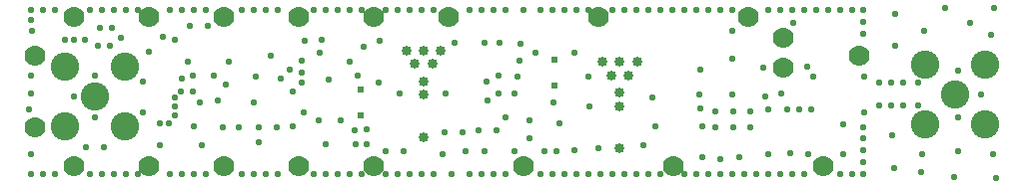
<source format=gbs>
G04 Layer_Color=16711935*
%FSLAX24Y24*%
%MOIN*%
G70*
G01*
G75*
%ADD56C,0.0950*%
%ADD57C,0.0237*%
%ADD58C,0.0230*%
%ADD59C,0.0700*%
%ADD60C,0.0332*%
D56*
X30300Y2050D02*
D03*
X32300D02*
D03*
Y4050D02*
D03*
X30300D02*
D03*
X31300Y3050D02*
D03*
X2600Y3000D02*
D03*
X1600Y4000D02*
D03*
X3600D02*
D03*
Y2000D02*
D03*
X1600D02*
D03*
D57*
X17910Y4235D02*
D03*
Y3365D02*
D03*
X11440Y3235D02*
D03*
Y2365D02*
D03*
D58*
X30250Y5200D02*
D03*
X29300Y4700D02*
D03*
Y5750D02*
D03*
X30200Y1050D02*
D03*
X30150Y450D02*
D03*
X31400Y1150D02*
D03*
X30050Y3450D02*
D03*
X29550D02*
D03*
X29150D02*
D03*
X28750D02*
D03*
X30050Y2700D02*
D03*
X29550D02*
D03*
X29150D02*
D03*
X28750D02*
D03*
X26400Y1050D02*
D03*
X27550D02*
D03*
Y2050D02*
D03*
X25050Y1050D02*
D03*
X24100Y950D02*
D03*
X22850D02*
D03*
X23450Y900D02*
D03*
X23300Y2500D02*
D03*
X24950Y3000D02*
D03*
X26100Y2550D02*
D03*
X25700D02*
D03*
X26500D02*
D03*
X22800Y2600D02*
D03*
X11650Y1900D02*
D03*
X11250Y1850D02*
D03*
X11650Y1400D02*
D03*
X14500Y400D02*
D03*
X5700Y4150D02*
D03*
X3450Y4950D02*
D03*
X9200Y3150D02*
D03*
X10050Y2200D02*
D03*
X11550Y4650D02*
D03*
X26550Y3650D02*
D03*
X24900Y3950D02*
D03*
X22800Y3900D02*
D03*
X32600Y5950D02*
D03*
X32650Y250D02*
D03*
X31250Y300D02*
D03*
X32500Y5050D02*
D03*
X31800Y5450D02*
D03*
X30950Y5950D02*
D03*
X29200Y1700D02*
D03*
X29250Y600D02*
D03*
X32550Y1050D02*
D03*
X31400Y3850D02*
D03*
X32150Y3050D02*
D03*
X31400Y2300D02*
D03*
X400Y2550D02*
D03*
X450Y3700D02*
D03*
Y5550D02*
D03*
X6550Y3700D02*
D03*
X5850D02*
D03*
X19400Y1250D02*
D03*
X18600Y1200D02*
D03*
X18000Y1150D02*
D03*
X15600D02*
D03*
X16600D02*
D03*
X17600D02*
D03*
X16000Y1850D02*
D03*
X12900Y1150D02*
D03*
X12300D02*
D03*
X11300Y1400D02*
D03*
X8050Y1450D02*
D03*
X10800Y2200D02*
D03*
X10300Y1400D02*
D03*
X2600Y2300D02*
D03*
X6150Y1350D02*
D03*
X4750D02*
D03*
X2300Y1300D02*
D03*
X2900D02*
D03*
X23850Y5200D02*
D03*
X28250Y2450D02*
D03*
Y3650D02*
D03*
X25800Y1100D02*
D03*
X25050Y2550D02*
D03*
X22750Y3050D02*
D03*
X23850D02*
D03*
X25900Y5450D02*
D03*
X26350Y4000D02*
D03*
X25500Y3100D02*
D03*
X23300Y1950D02*
D03*
X24450D02*
D03*
X23900D02*
D03*
Y2500D02*
D03*
X24450D02*
D03*
X23850Y4250D02*
D03*
X21200Y2950D02*
D03*
X22850Y2000D02*
D03*
X18100Y2100D02*
D03*
X17900Y2800D02*
D03*
X16800Y4750D02*
D03*
X18600Y4450D02*
D03*
X11350Y3700D02*
D03*
X9500Y3450D02*
D03*
X12050D02*
D03*
X12750Y3100D02*
D03*
X14600Y4800D02*
D03*
X15600D02*
D03*
X16100D02*
D03*
X16750Y4200D02*
D03*
X21300Y2000D02*
D03*
X20900Y1350D02*
D03*
X19050Y3650D02*
D03*
X19100Y2650D02*
D03*
X14200Y1050D02*
D03*
X14950Y1150D02*
D03*
X17100Y1600D02*
D03*
X17300Y4450D02*
D03*
X17100Y2200D02*
D03*
X16700Y3650D02*
D03*
X14300Y3100D02*
D03*
X16900Y5900D02*
D03*
X8800Y3600D02*
D03*
X10100Y4450D02*
D03*
X9600Y4850D02*
D03*
X9500Y3800D02*
D03*
X9550Y2450D02*
D03*
X16300Y2300D02*
D03*
X16050Y3100D02*
D03*
X10400Y3550D02*
D03*
X9100Y3900D02*
D03*
X15700Y2850D02*
D03*
X11100Y4150D02*
D03*
X5750Y5350D02*
D03*
X10150Y4900D02*
D03*
X6850Y1950D02*
D03*
X7400D02*
D03*
X6100Y2800D02*
D03*
X5900Y2000D02*
D03*
X6700Y2850D02*
D03*
X5500Y3600D02*
D03*
X450Y1050D02*
D03*
X5850Y3150D02*
D03*
X5450D02*
D03*
X4750Y2100D02*
D03*
X5050D02*
D03*
X5250Y2350D02*
D03*
Y2650D02*
D03*
Y2950D02*
D03*
X8450Y4350D02*
D03*
X6350Y5350D02*
D03*
X500Y5200D02*
D03*
X3100Y4700D02*
D03*
X2750Y5300D02*
D03*
X3150D02*
D03*
X2700Y4700D02*
D03*
X16050Y3700D02*
D03*
X15650Y3500D02*
D03*
X1600Y4900D02*
D03*
X1900D02*
D03*
X2250D02*
D03*
X4200Y2450D02*
D03*
Y3500D02*
D03*
X450Y3100D02*
D03*
X28232Y5098D02*
D03*
Y5498D02*
D03*
X837Y5898D02*
D03*
X437D02*
D03*
X5500D02*
D03*
X5100D02*
D03*
X25050D02*
D03*
X1237D02*
D03*
X5900D02*
D03*
X6300D02*
D03*
X7500D02*
D03*
X7900D02*
D03*
X8300D02*
D03*
X8700D02*
D03*
X17450D02*
D03*
X17850D02*
D03*
X18250D02*
D03*
X18650D02*
D03*
X25450D02*
D03*
X25850D02*
D03*
X26250D02*
D03*
X26650D02*
D03*
X27050D02*
D03*
X27450D02*
D03*
X27850D02*
D03*
X28232D02*
D03*
X4010Y402D02*
D03*
X3610D02*
D03*
X3210D02*
D03*
X2810D02*
D03*
X2410D02*
D03*
X437Y402D02*
D03*
X837D02*
D03*
X1237D02*
D03*
X2410Y5898D02*
D03*
X2810D02*
D03*
X3210D02*
D03*
X3610D02*
D03*
X4010D02*
D03*
X8700Y402D02*
D03*
X8300D02*
D03*
X7900D02*
D03*
X7500D02*
D03*
X6300D02*
D03*
X5900D02*
D03*
X5100D02*
D03*
X5500D02*
D03*
X9900D02*
D03*
X10300D02*
D03*
X10700D02*
D03*
X11100D02*
D03*
X11500Y5898D02*
D03*
X11100D02*
D03*
X10700D02*
D03*
X10300D02*
D03*
X9900D02*
D03*
X13900D02*
D03*
X13500D02*
D03*
X13100D02*
D03*
X12300D02*
D03*
X12700D02*
D03*
X13900Y402D02*
D03*
X13500D02*
D03*
X13100D02*
D03*
X12700D02*
D03*
X12300D02*
D03*
X11500D02*
D03*
X16300D02*
D03*
X15900D02*
D03*
X15500D02*
D03*
X15100D02*
D03*
Y5898D02*
D03*
X15500D02*
D03*
X15900D02*
D03*
X16300D02*
D03*
X18650Y402D02*
D03*
X18250D02*
D03*
X17850D02*
D03*
X17450D02*
D03*
X21050D02*
D03*
X20650D02*
D03*
X20250D02*
D03*
X19850D02*
D03*
X19450D02*
D03*
X19050D02*
D03*
X20250Y5898D02*
D03*
X20650D02*
D03*
X21050D02*
D03*
X21450D02*
D03*
X21850D02*
D03*
X22250D02*
D03*
X19850D02*
D03*
X23450D02*
D03*
X23050D02*
D03*
X22650D02*
D03*
X23850D02*
D03*
X24650Y402D02*
D03*
X23450D02*
D03*
X23850D02*
D03*
X24250D02*
D03*
X23050D02*
D03*
X22650D02*
D03*
X22250D02*
D03*
X21450D02*
D03*
X19050Y5898D02*
D03*
X25050Y402D02*
D03*
X25450D02*
D03*
X25850D02*
D03*
X26250D02*
D03*
X28232D02*
D03*
X27850D02*
D03*
X27450D02*
D03*
X28232Y802D02*
D03*
Y1202D02*
D03*
Y1602D02*
D03*
Y1950D02*
D03*
X7050Y4150D02*
D03*
X5250Y4900D02*
D03*
X4850Y5000D02*
D03*
X4400Y4500D02*
D03*
X16600Y3100D02*
D03*
X9500Y4200D02*
D03*
X1900Y3000D02*
D03*
X14250Y1800D02*
D03*
X12100Y4850D02*
D03*
X14850Y1800D02*
D03*
X15400Y1850D02*
D03*
X2600Y3700D02*
D03*
X9200Y2000D02*
D03*
X8650Y1950D02*
D03*
X8050D02*
D03*
X6950Y3400D02*
D03*
X7950Y3650D02*
D03*
X7900Y2800D02*
D03*
D59*
X11894Y650D02*
D03*
X25550Y4950D02*
D03*
X28084Y4340D02*
D03*
X24394Y5650D02*
D03*
X19394D02*
D03*
X14394D02*
D03*
X9394D02*
D03*
X4394D02*
D03*
X26894Y650D02*
D03*
X21894D02*
D03*
X16894D02*
D03*
X6894D02*
D03*
X1894D02*
D03*
X584Y4340D02*
D03*
Y1960D02*
D03*
X1894Y5650D02*
D03*
X4394Y650D02*
D03*
X6894Y5650D02*
D03*
X9394Y650D02*
D03*
X11894Y5650D02*
D03*
X25550Y3950D02*
D03*
D60*
X20099Y1252D02*
D03*
Y3122D02*
D03*
Y2659D02*
D03*
Y4155D02*
D03*
X20678D02*
D03*
X19520D02*
D03*
X19808Y3693D02*
D03*
X20391D02*
D03*
X13550Y1631D02*
D03*
Y3501D02*
D03*
Y3039D02*
D03*
Y4535D02*
D03*
X14129D02*
D03*
X12971D02*
D03*
X13259Y4072D02*
D03*
X13841D02*
D03*
M02*

</source>
